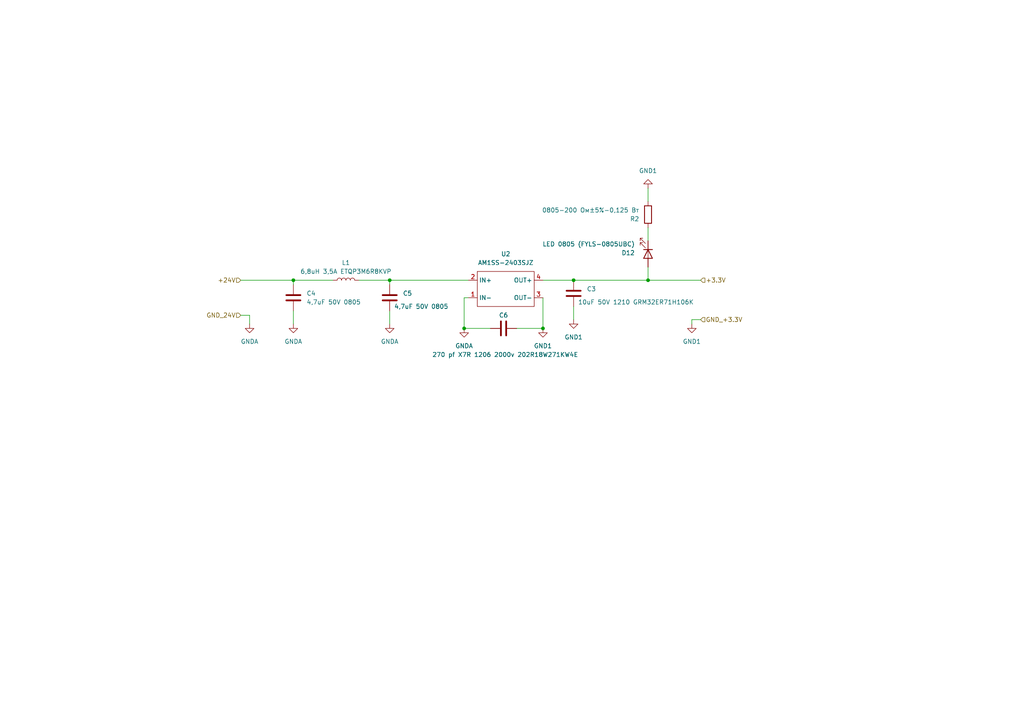
<source format=kicad_sch>
(kicad_sch (version 20230121) (generator eeschema)
  (paper "A4")
  (lib_symbols
    (symbol "Converter_DCDC:AM1SS-"
      (property "Reference" "U" (at -1.27 2.54 0))
      (property "Value" "AM1SS-" (at 0 0 0))
      (symbol "AM1SS-_0_1"
        (rectangle (start -6.35 -2.54) (end 10.16 -12.7))
      )
      (symbol "AM1SS-_1_1"
        (pin input line (at -8.89 -5.08 0) (length 2.56) (name "IN-") (number "1"))
        (pin input line (at -8.89 -10.16 0) (length 2.56) (name "IN+") (number "2"))
        (pin output line (at 12.7 -5.08 180) (length 2.56) (name "OUT-") (number "3"))
        (pin output line (at 12.7 -10.16 180) (length 2.56) (name "OUT+") (number "4"))
      )
    )
    (symbol "Device:C" (pin_numbers hide) (pin_names (offset 0.254))
      (property "Reference" "C" (at 0.635 2.54 0))
      (property "Value" "C" (at 0.635 -2.54 0))
      (symbol "C_0_1"
        (polyline (pts (xy -2.032 -0.762) (xy 2.032 -0.762)) (stroke (width 0.508)))
        (polyline (pts (xy -2.032 0.762) (xy 2.032 0.762)) (stroke (width 0.508)))
      )
      (symbol "C_1_1"
        (pin passive line (at 0 3.81 270) (length 2.794) (name "~") (number "1"))
        (pin passive line (at 0 -3.81 90) (length 2.794) (name "~") (number "2"))
      )
    )
    (symbol "Device:L" (pin_numbers hide) (pin_names (offset 1.016) hide)
      (property "Reference" "L" (at -1.27 0 90))
      (property "Value" "L" (at 1.905 0 90))
      (symbol "L_0_1"
        (arc (start 0 -2.54) (mid 0.6323 -1.905) (end 0 -1.27))
        (arc (start 0 -1.27) (mid 0.6323 -0.635) (end 0 0))
        (arc (start 0 0) (mid 0.6323 0.635) (end 0 1.27))
        (arc (start 0 1.27) (mid 0.6323 1.905) (end 0 2.54))
      )
      (symbol "L_1_1"
        (pin passive line (at 0 3.81 270) (length 1.27) (name "1") (number "1"))
        (pin passive line (at 0 -3.81 90) (length 1.27) (name "2") (number "2"))
      )
    )
    (symbol "Device:LED" (pin_numbers hide) (pin_names (offset 1.016) hide)
      (property "Reference" "D" (at 0 2.54 0))
      (property "Value" "LED" (at 0 -2.54 0))
      (symbol "LED_0_1"
        (polyline (pts (xy -1.27 -1.27) (xy -1.27 1.27)) (stroke (width 0.254)))
        (polyline (pts (xy -1.27 0) (xy 1.27 0)))
        (polyline (pts (xy 1.27 -1.27) (xy 1.27 1.27) (xy -1.27 0) (xy 1.27 -1.27)) (stroke (width 0.254)))
        (polyline (pts (xy -3.048 -0.762) (xy -4.572 -2.286) (xy -3.81 -2.286) (xy -4.572 -2.286) (xy -4.572 -1.524)))
        (polyline (pts (xy -1.778 -0.762) (xy -3.302 -2.286) (xy -2.54 -2.286) (xy -3.302 -2.286) (xy -3.302 -1.524)))
      )
      (symbol "LED_1_1"
        (pin passive line (at -3.81 0 0) (length 2.54) (name "K") (number "1"))
        (pin passive line (at 3.81 0 180) (length 2.54) (name "A") (number "2"))
      )
    )
    (symbol "Device:R" (pin_numbers hide) (pin_names (offset 0))
      (property "Reference" "R" (at 2.032 0 90))
      (property "Value" "R" (at 0 0 90))
      (symbol "R_0_1"
        (rectangle (start -1.016 -2.54) (end 1.016 2.54) (stroke (width 0.254)))
      )
      (symbol "R_1_1"
        (pin passive line (at 0 3.81 270) (length 1.27) (name "~") (number "1"))
        (pin passive line (at 0 -3.81 90) (length 1.27) (name "~") (number "2"))
      )
    )
    (symbol "PCM_4ms_Power-symbol:GNDA" (power) (pin_numbers hide) (pin_names (offset 0) hide)
      (property "Value" "GNDA" (at 0 -3.81 0))
      (symbol "GNDA_0_1"
        (polyline (pts (xy 0 0) (xy 0 -1.27) (xy 1.27 -1.27) (xy 0 -2.54) (xy -1.27 -1.27) (xy 0 -1.27)))
      )
      (symbol "GNDA_1_1"
        (pin power_in line (at 0 0 270) (length 0) hide (name "GNDA") (number "1"))
      )
    )
    (symbol "power:GND1" (power) (pin_names (offset 0))
      (property "Value" "GND1" (at 0 -3.81 0))
      (symbol "GND1_0_1"
        (polyline (pts (xy 0 0) (xy 0 -1.27) (xy 1.27 -1.27) (xy 0 -2.54) (xy -1.27 -1.27) (xy 0 -1.27)))
      )
      (symbol "GND1_1_1"
        (pin power_in line (at 0 0 270) (length 0) hide (name "GND1") (number "1"))
      )
    )
  )
  (junction (at 166.37 81.28))
  (junction (at 85.09 81.28))
  (junction (at 157.48 95.25))
  (junction (at 113.03 81.28))
  (junction (at 134.62 95.25))
  (junction (at 187.96 81.28))
  (wire (pts (xy 113.03 82.55) (xy 113.03 81.28)))
  (wire (pts (xy 166.37 81.28) (xy 187.96 81.28)))
  (wire (pts (xy 149.86 95.25) (xy 157.48 95.25)))
  (wire (pts (xy 104.14 81.28) (xy 113.03 81.28)))
  (wire (pts (xy 187.96 69.85) (xy 187.96 66.04)))
  (wire (pts (xy 166.37 88.9) (xy 166.37 92.71)))
  (wire (pts (xy 157.48 81.28) (xy 166.37 81.28)))
  (wire (pts (xy 187.96 81.28) (xy 203.2 81.28)))
  (wire (pts (xy 72.39 91.44) (xy 72.39 93.98)))
  (wire (pts (xy 187.96 54.61) (xy 187.96 58.42)))
  (wire (pts (xy 200.66 92.71) (xy 200.66 93.98)))
  (wire (pts (xy 157.48 86.36) (xy 157.48 95.25)))
  (wire (pts (xy 134.62 95.25) (xy 142.24 95.25)))
  (wire (pts (xy 85.09 82.55) (xy 85.09 81.28)))
  (wire (pts (xy 69.85 81.28) (xy 85.09 81.28)))
  (wire (pts (xy 85.09 93.98) (xy 85.09 90.17)))
  (wire (pts (xy 85.09 81.28) (xy 96.52 81.28)))
  (wire (pts (xy 113.03 81.28) (xy 135.89 81.28)))
  (wire (pts (xy 69.85 91.44) (xy 72.39 91.44)))
  (wire (pts (xy 203.2 92.71) (xy 200.66 92.71)))
  (wire (pts (xy 187.96 77.47) (xy 187.96 81.28)))
  (wire (pts (xy 135.89 86.36) (xy 134.62 86.36)))
  (wire (pts (xy 113.03 93.98) (xy 113.03 90.17)))
  (wire (pts (xy 134.62 86.36) (xy 134.62 95.25)))
  (hierarchical_label "GND_24V" (shape input) (at 69.85 91.44 180))
  (hierarchical_label "GND_+3.3V" (shape input) (at 203.2 92.71 0))
  (hierarchical_label "+24V" (shape input) (at 69.85 81.28 180))
  (hierarchical_label "+3.3V" (shape input) (at 203.2 81.28 0))
  (symbol (lib_id "power:GND1") (at 187.96 54.61 180) (unit 1)
    (property "Reference" "#PWR0181" (effects hide))
    (property "Value" "GND1" (at 187.96 49.53 0))
    (instances (project "motherboard" (path "" (reference "#PWR0181") (unit 1))) (project "Плата основного контроллера" (path "" (reference "#PWR017") (unit 1))) (project "Плата внешних шаговых двигателей" (path "" (reference "#PWR016") (unit 1))))
  )
  (symbol (lib_id "Device:LED") (at 187.96 73.66 270) (unit 1)
    (property "Reference" "D12" (at 184.15 73.3425 90) (effects (justify right)))
    (property "Value" "LED 0805 (FYLS-0805UBC)" (at 184.15 70.8025 90) (effects (justify right)))
    (property "Footprint" "LED_SMD:LED_0805_2012Metric_Pad1.15x1.40mm_HandSolder" (effects hide))
    (instances (project "motherboard" (path "" (reference "D12") (unit 1)) (path "" (reference "D14") (unit 1))))
  )
  (symbol (lib_id "Device:L") (at 100.33 81.28 90) (unit 1)
    (property "Reference" "L1" (at 100.33 76.2 90))
    (property "Value" "6,8uH 3,5A ETQP3M6R8KVP" (at 100.33 78.74 90))
    (property "Footprint" "PCM_Inductor_SMD_Handsoldering_AKL:L_Bourns-SRN6028" (effects hide))
  )
  (symbol (lib_id "Device:C") (at 85.09 86.36 0) (unit 1)
    (property "Reference" "C4" (at 88.9 85.09 0) (effects (justify left)))
    (property "Value" "4,7uF 50V 0805" (at 88.9 87.63 0) (effects (justify left)))
    (property "Footprint" "PCM_Capacitor_SMD_AKL:C_0805_2012Metric_Pad1.18x1.45mm_HandSolder" (effects hide))
    (instances (project "motherboard" (path "" (reference "C4") (unit 1))) (project "Плата основного контроллера" (path "" (reference "C11") (unit 1))) (project "Плата внешних шаговых двигателей" (path "" (reference "C11") (unit 1))))
  )
  (symbol (lib_id "Converter_DCDC:AM1SS-") (at 144.78 91.44 0) (mirror x) (unit 1)
    (property "Reference" "U2" (at 146.685 73.66 0))
    (property "Value" "AM1SS-2403SJZ" (at 146.685 76.2 0))
    (property "Footprint" "Converter_DCDC:Converter_DCDC_Murata_CRE1xxxxxx3C_THT" (effects hide))
    (property "Datasheet" "https://www.aimtec.com/site/Aimtec/files/Datasheet/HighResolution/am1ss-jz.pdf" (effects hide))
    (instances (project "motherboard" (path "" (reference "U2") (unit 1))) (project "Плата основного контроллера" (path "" (reference "U4") (unit 1))) (project "Плата внешних шаговых двигателей" (path "" (reference "U5") (unit 1))))
  )
  (symbol (lib_id "Device:R") (at 187.96 62.23 180) (unit 1)
    (property "Reference" "R2" (at 185.42 63.5 0) (effects (justify left)))
    (property "Value" "0805-200 Ом±5%-0,125 Вт" (at 185.42 60.96 0) (effects (justify left)))
    (property "Footprint" "PCM_Resistor_SMD_AKL:R_0805_2012Metric_Pad1.15x1.40mm" (effects hide))
    (instances (project "motherboard" (path "" (reference "R2") (unit 1)) (path "" (reference "R8") (unit 1))))
  )
  (symbol (lib_id "power:GND1") (at 200.66 93.98 0) (unit 1)
    (property "Reference" "#PWR0174" (effects hide))
    (property "Value" "GND1" (at 200.66 99.06 0))
    (instances (project "motherboard" (path "" (reference "#PWR0174") (unit 1))) (project "Плата основного контроллера" (path "" (reference "#PWR017") (unit 1))) (project "Плата внешних шаговых двигателей" (path "" (reference "#PWR016") (unit 1))))
  )
  (symbol (lib_id "power:GND1") (at 157.48 95.25 0) (unit 1)
    (property "Reference" "#PWR0177" (effects hide))
    (property "Value" "GND1" (at 157.48 100.33 0))
    (instances (project "motherboard" (path "" (reference "#PWR0177") (unit 1))) (project "Плата основного контроллера" (path "" (reference "#PWR017") (unit 1))) (project "Плата внешних шаговых двигателей" (path "" (reference "#PWR016") (unit 1))))
  )
  (symbol (lib_id "Device:C") (at 166.37 85.09 0) (unit 1)
    (property "Reference" "C3" (at 170.18 83.82 0) (effects (justify left)))
    (property "Value" "10uF 50V 1210 GRM32ER71H106K" (at 167.64 87.63 0) (effects (justify left)))
    (property "Footprint" "PCM_Capacitor_SMD_AKL:C_1210_3225Metric_Pad1.42x2.65mm_HandSolder" (effects hide))
    (instances (project "motherboard" (path "" (reference "C3") (unit 1))) (project "Плата основного контроллера" (path "" (reference "C10") (unit 1))) (project "Плата внешних шаговых двигателей" (path "" (reference "C10") (unit 1))))
  )
  (symbol (lib_id "power:GND1") (at 166.37 92.71 0) (unit 1)
    (property "Reference" "#PWR0180" (effects hide))
    (property "Value" "GND1" (at 166.37 97.79 0))
    (instances (project "motherboard" (path "" (reference "#PWR0180") (unit 1))) (project "Плата основного контроллера" (path "" (reference "#PWR017") (unit 1))) (project "Плата внешних шаговых двигателей" (path "" (reference "#PWR016") (unit 1))))
  )
  (symbol (lib_id "PCM_4ms_Power-symbol:GNDA") (at 113.03 93.98 0) (unit 1)
    (property "Reference" "#PWR0176" (effects hide))
    (property "Value" "GNDA" (at 113.03 99.06 0))
    (instances (project "motherboard" (path "" (reference "#PWR0176") (unit 1))) (project "Плата основного контроллера" (path "" (reference "#PWR029") (unit 1))) (project "Плата внешних шаговых двигателей" (path "" (reference "#PWR040") (unit 1))))
  )
  (symbol (lib_id "PCM_4ms_Power-symbol:GNDA") (at 72.39 93.98 0) (unit 1)
    (property "Reference" "#PWR0179" (effects hide))
    (property "Value" "GNDA" (at 72.39 99.06 0))
    (instances (project "motherboard" (path "" (reference "#PWR0179") (unit 1))) (project "Плата основного контроллера" (path "" (reference "#PWR028") (unit 1))) (project "Плата внешних шаговых двигателей" (path "" (reference "#PWR039") (unit 1))))
  )
  (symbol (lib_id "Device:C") (at 113.03 86.36 0) (unit 1)
    (property "Reference" "C5" (at 116.84 85.09 0) (effects (justify left)))
    (property "Value" "4,7uF 50V 0805" (at 114.3 88.9 0) (effects (justify left)))
    (property "Footprint" "PCM_Capacitor_SMD_AKL:C_0805_2012Metric_Pad1.18x1.45mm_HandSolder" (effects hide))
    (instances (project "motherboard" (path "" (reference "C5") (unit 1))) (project "Плата основного контроллера" (path "" (reference "C12") (unit 1))) (project "Плата внешних шаговых двигателей" (path "" (reference "C12") (unit 1))))
  )
  (symbol (lib_id "PCM_4ms_Power-symbol:GNDA") (at 85.09 93.98 0) (unit 1)
    (property "Reference" "#PWR0175" (effects hide))
    (property "Value" "GNDA" (at 85.09 99.06 0))
    (instances (project "motherboard" (path "" (reference "#PWR0175") (unit 1))) (project "Плата основного контроллера" (path "" (reference "#PWR028") (unit 1))) (project "Плата внешних шаговых двигателей" (path "" (reference "#PWR039") (unit 1))))
  )
  (symbol (lib_id "PCM_4ms_Power-symbol:GNDA") (at 134.62 95.25 0) (unit 1)
    (property "Reference" "#PWR0178" (effects hide))
    (property "Value" "GNDA" (at 134.62 100.33 0))
    (instances (project "motherboard" (path "" (reference "#PWR0178") (unit 1))) (project "Плата основного контроллера" (path "" (reference "#PWR031") (unit 1))) (project "Плата внешних шаговых двигателей" (path "" (reference "#PWR042") (unit 1))))
  )
  (symbol (lib_id "Device:C") (at 146.05 95.25 90) (unit 1)
    (property "Reference" "C6" (at 146.05 91.44 90))
    (property "Value" " 270 pf X7R 1206 2000v 202R18W271KW4E" (at 146.05 102.87 90))
    (property "Footprint" "PCM_Capacitor_SMD_Handsoldering_AKL:C_1210_3225Metric_Pad1.42x2.65mm" (effects hide))
    (instances (project "motherboard" (path "" (reference "C6") (unit 1))) (project "Плата основного контроллера" (path "" (reference "C13") (unit 1))) (project "Плата внешних шаговых двигателей" (path "" (reference "C13") (unit 1))))
  )
)
</source>
